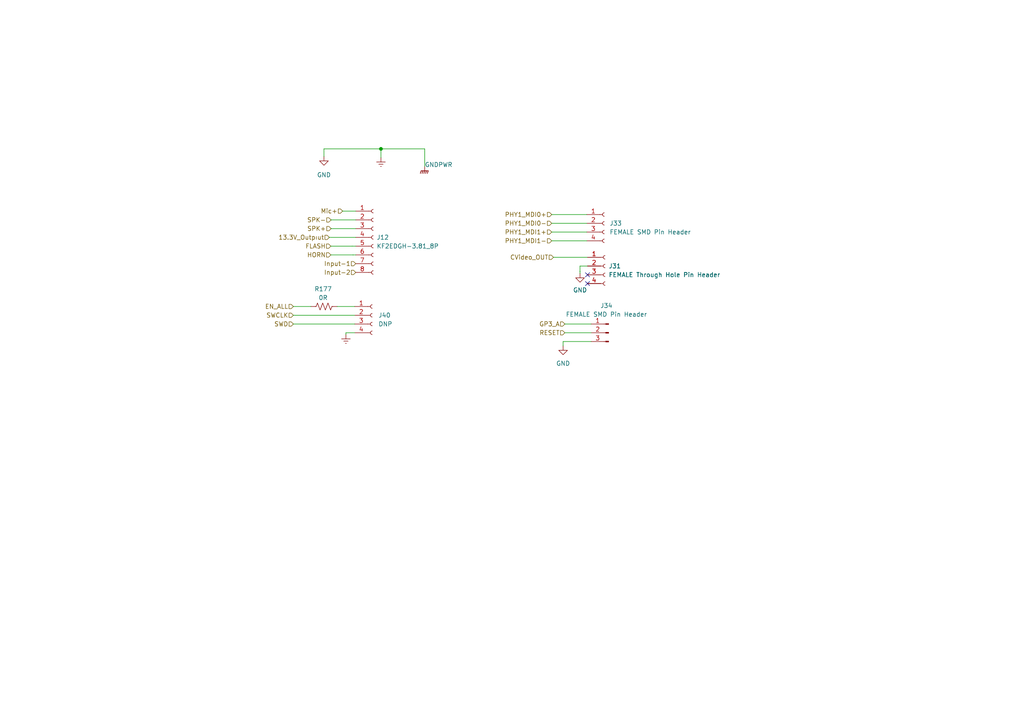
<source format=kicad_sch>
(kicad_sch (version 20231120) (generator "eeschema") (generator_version "7.99")
  (paper "A4")
  (lib_symbols
    (symbol "Connector:Conn_01x03_Pin" (pin_names (offset 1.016) hide)
      (property "Reference" "J" (at 0 5.08 0))
      (property "Value" "Conn_01x03_Pin" (at 0 -5.08 0))
      (symbol "Conn_01x03_Pin_1_1"
        (polyline (pts (xy 1.27 -2.54) (xy 0.8636 -2.54)) (stroke (width 0.1524)))
        (polyline (pts (xy 1.27 0) (xy 0.8636 0)) (stroke (width 0.1524)))
        (polyline (pts (xy 1.27 2.54) (xy 0.8636 2.54)) (stroke (width 0.1524)))
        (rectangle (start 0.8636 -2.413) (end 0 -2.667) (stroke (width 0.1524)) (fill (type outline)))
        (rectangle (start 0.8636 0.127) (end 0 -0.127) (stroke (width 0.1524)) (fill (type outline)))
        (rectangle (start 0.8636 2.667) (end 0 2.413) (stroke (width 0.1524)) (fill (type outline)))
        (pin passive line (at 5.08 2.54 180) (length 3.81) (name "Pin_1") (number "1"))
        (pin passive line (at 5.08 0 180) (length 3.81) (name "Pin_2") (number "2"))
        (pin passive line (at 5.08 -2.54 180) (length 3.81) (name "Pin_3") (number "3"))
      )
    )
    (symbol "Connector:Conn_01x04_Socket" (pin_names (offset 1.016) hide)
      (property "Reference" "J" (at 0 5.08 0))
      (property "Value" "Conn_01x04_Socket" (at 0 -7.62 0))
      (symbol "Conn_01x04_Socket_1_1"
        (arc (start 0 -4.572) (mid -0.5058 -5.08) (end 0 -5.588) (stroke (width 0.1524)))
        (arc (start 0 -2.032) (mid -0.5058 -2.54) (end 0 -3.048) (stroke (width 0.1524)))
        (polyline (pts (xy -1.27 -5.08) (xy -0.508 -5.08)) (stroke (width 0.1524)))
        (polyline (pts (xy -1.27 -2.54) (xy -0.508 -2.54)) (stroke (width 0.1524)))
        (polyline (pts (xy -1.27 0) (xy -0.508 0)) (stroke (width 0.1524)))
        (polyline (pts (xy -1.27 2.54) (xy -0.508 2.54)) (stroke (width 0.1524)))
        (arc (start 0 0.508) (mid -0.5058 0) (end 0 -0.508) (stroke (width 0.1524)))
        (arc (start 0 3.048) (mid -0.5058 2.54) (end 0 2.032) (stroke (width 0.1524)))
        (pin passive line (at -5.08 2.54 0) (length 3.81) (name "Pin_1") (number "1"))
        (pin passive line (at -5.08 0 0) (length 3.81) (name "Pin_2") (number "2"))
        (pin passive line (at -5.08 -2.54 0) (length 3.81) (name "Pin_3") (number "3"))
        (pin passive line (at -5.08 -5.08 0) (length 3.81) (name "Pin_4") (number "4"))
      )
    )
    (symbol "Connector:Conn_01x08_Socket" (pin_names (offset 1.016) hide)
      (property "Reference" "J" (at 0 10.16 0))
      (property "Value" "Conn_01x08_Socket" (at 0 -12.7 0))
      (symbol "Conn_01x08_Socket_1_1"
        (arc (start 0 -9.652) (mid -0.5058 -10.16) (end 0 -10.668) (stroke (width 0.1524)))
        (arc (start 0 -7.112) (mid -0.5058 -7.62) (end 0 -8.128) (stroke (width 0.1524)))
        (arc (start 0 -4.572) (mid -0.5058 -5.08) (end 0 -5.588) (stroke (width 0.1524)))
        (arc (start 0 -2.032) (mid -0.5058 -2.54) (end 0 -3.048) (stroke (width 0.1524)))
        (polyline (pts (xy -1.27 -10.16) (xy -0.508 -10.16)) (stroke (width 0.1524)))
        (polyline (pts (xy -1.27 -7.62) (xy -0.508 -7.62)) (stroke (width 0.1524)))
        (polyline (pts (xy -1.27 -5.08) (xy -0.508 -5.08)) (stroke (width 0.1524)))
        (polyline (pts (xy -1.27 -2.54) (xy -0.508 -2.54)) (stroke (width 0.1524)))
        (polyline (pts (xy -1.27 0) (xy -0.508 0)) (stroke (width 0.1524)))
        (polyline (pts (xy -1.27 2.54) (xy -0.508 2.54)) (stroke (width 0.1524)))
        (polyline (pts (xy -1.27 5.08) (xy -0.508 5.08)) (stroke (width 0.1524)))
        (polyline (pts (xy -1.27 7.62) (xy -0.508 7.62)) (stroke (width 0.1524)))
        (arc (start 0 0.508) (mid -0.5058 0) (end 0 -0.508) (stroke (width 0.1524)))
        (arc (start 0 3.048) (mid -0.5058 2.54) (end 0 2.032) (stroke (width 0.1524)))
        (arc (start 0 5.588) (mid -0.5058 5.08) (end 0 4.572) (stroke (width 0.1524)))
        (arc (start 0 8.128) (mid -0.5058 7.62) (end 0 7.112) (stroke (width 0.1524)))
        (pin passive line (at -5.08 7.62 0) (length 3.81) (name "Pin_1") (number "1"))
        (pin passive line (at -5.08 5.08 0) (length 3.81) (name "Pin_2") (number "2"))
        (pin passive line (at -5.08 2.54 0) (length 3.81) (name "Pin_3") (number "3"))
        (pin passive line (at -5.08 0 0) (length 3.81) (name "Pin_4") (number "4"))
        (pin passive line (at -5.08 -2.54 0) (length 3.81) (name "Pin_5") (number "5"))
        (pin passive line (at -5.08 -5.08 0) (length 3.81) (name "Pin_6") (number "6"))
        (pin passive line (at -5.08 -7.62 0) (length 3.81) (name "Pin_7") (number "7"))
        (pin passive line (at -5.08 -10.16 0) (length 3.81) (name "Pin_8") (number "8"))
      )
    )
    (symbol "Device:R_US" (pin_numbers hide) (pin_names (offset 0))
      (property "Reference" "R" (at 2.54 0 90))
      (property "Value" "R_US" (at -2.54 0 90))
      (symbol "R_US_0_1"
        (polyline (pts (xy 0 -2.286) (xy 0 -2.54)))
        (polyline (pts (xy 0 2.286) (xy 0 2.54)))
        (polyline (pts (xy 0 -0.762) (xy 1.016 -1.143) (xy 0 -1.524) (xy -1.016 -1.905) (xy 0 -2.286)))
        (polyline (pts (xy 0 0.762) (xy 1.016 0.381) (xy 0 0) (xy -1.016 -0.381) (xy 0 -0.762)))
        (polyline (pts (xy 0 2.286) (xy 1.016 1.905) (xy 0 1.524) (xy -1.016 1.143) (xy 0 0.762)))
      )
      (symbol "R_US_1_1"
        (pin passive line (at 0 3.81 270) (length 1.27) (name "~") (number "1"))
        (pin passive line (at 0 -3.81 90) (length 1.27) (name "~") (number "2"))
      )
    )
    (symbol "power:Earth" (power) (pin_names (offset 0))
      (symbol "Earth_0_1"
        (polyline (pts (xy -0.635 -1.905) (xy 0.635 -1.905)))
        (polyline (pts (xy -0.127 -2.54) (xy 0.127 -2.54)))
        (polyline (pts (xy 0 -1.27) (xy 0 0)))
        (polyline (pts (xy 1.27 -1.27) (xy -1.27 -1.27)))
      )
      (symbol "Earth_1_1"
        (pin power_in line (at 0 0 270) (length 0) hide (name "Earth") (number "1"))
      )
    )
    (symbol "power:GND" (power) (pin_names (offset 0))
      (property "Value" "GND" (at 0 -3.81 0))
      (symbol "GND_0_1"
        (polyline (pts (xy 0 0) (xy 0 -1.27) (xy 1.27 -1.27) (xy 0 -2.54) (xy -1.27 -1.27) (xy 0 -1.27)))
      )
      (symbol "GND_1_1"
        (pin power_in line (at 0 0 270) (length 0) hide (name "GND") (number "1"))
      )
    )
    (symbol "power:GNDPWR" (power) (pin_names (offset 0))
      (property "Value" "GNDPWR" (at 0 -3.302 0))
      (symbol "GNDPWR_0_1"
        (polyline (pts (xy 0 -1.27) (xy 0 0)))
        (polyline (pts (xy -1.016 -1.27) (xy -1.27 -2.032) (xy -1.27 -2.032)) (stroke (width 0.2032)))
        (polyline (pts (xy -0.508 -1.27) (xy -0.762 -2.032) (xy -0.762 -2.032)) (stroke (width 0.2032)))
        (polyline (pts (xy 0 -1.27) (xy -0.254 -2.032) (xy -0.254 -2.032)) (stroke (width 0.2032)))
        (polyline (pts (xy 0.508 -1.27) (xy 0.254 -2.032) (xy 0.254 -2.032)) (stroke (width 0.2032)))
        (polyline (pts (xy 1.016 -1.27) (xy -1.016 -1.27) (xy -1.016 -1.27)) (stroke (width 0.2032)))
        (polyline (pts (xy 1.016 -1.27) (xy 0.762 -2.032) (xy 0.762 -2.032) (xy 0.762 -2.032)) (stroke (width 0.2032)))
      )
      (symbol "GNDPWR_1_1"
        (pin power_in line (at 0 0 270) (length 0) hide (name "GNDPWR") (number "1"))
      )
    )
  )
  (junction (at 110.49 43.18))
  (no_connect (at 170.4019 82.2478))
  (no_connect (at 170.4019 79.7078))
  (wire (pts (xy 123.19 43.18) (xy 110.49 43.18)))
  (wire (pts (xy 85.09 88.9) (xy 90.17 88.9)))
  (wire (pts (xy 168.2241 77.1678) (xy 168.2241 78.74)))
  (wire (pts (xy 160.02 67.31) (xy 170.18 67.31)))
  (wire (pts (xy 168.2241 78.74) (xy 168.2294 78.74)))
  (wire (pts (xy 103.1713 73.9364) (xy 102.3997 73.9364)))
  (wire (pts (xy 110.49 43.18) (xy 110.49 45.72)))
  (wire (pts (xy 160.02 69.85) (xy 170.18 69.85)))
  (wire (pts (xy 168.2294 78.74) (xy 168.2294 79.3113)))
  (wire (pts (xy 100.33 96.52) (xy 100.33 97.028)))
  (wire (pts (xy 96.0243 63.7919) (xy 96.0243 63.7764)))
  (wire (pts (xy 163.322 99.06) (xy 163.322 100.33)))
  (wire (pts (xy 85.09 93.98) (xy 102.87 93.98)))
  (wire (pts (xy 103.1713 71.3964) (xy 102.1457 71.3964)))
  (wire (pts (xy 102.1457 71.3964) (xy 102.1457 71.3954)))
  (wire (pts (xy 95.5081 68.854) (xy 95.5081 68.8564)))
  (wire (pts (xy 170.4019 77.1678) (xy 168.2241 77.1678)))
  (wire (pts (xy 123.19 48.26) (xy 123.19 43.18)))
  (wire (pts (xy 95.956 71.3954) (xy 102.1457 71.3954)))
  (wire (pts (xy 96.0423 66.3091) (xy 96.0423 66.3164)))
  (wire (pts (xy 110.49 43.18) (xy 93.9594 43.18)))
  (wire (pts (xy 102.87 96.52) (xy 100.33 96.52)))
  (wire (pts (xy 85.09 91.44) (xy 102.87 91.44)))
  (wire (pts (xy 163.83 93.98) (xy 171.45 93.98)))
  (wire (pts (xy 102.3997 73.9354) (xy 95.956 73.9354)))
  (wire (pts (xy 96.0243 63.7764) (xy 103.1713 63.7764)))
  (wire (pts (xy 93.9594 43.18) (xy 93.9594 45.3968)))
  (wire (pts (xy 97.79 88.9) (xy 102.87 88.9)))
  (wire (pts (xy 95.5081 68.8564) (xy 103.1713 68.8564)))
  (wire (pts (xy 99.3776 61.226) (xy 99.3776 61.2364)))
  (wire (pts (xy 160.02 62.23) (xy 170.18 62.23)))
  (wire (pts (xy 102.3997 73.9364) (xy 102.3997 73.9354)))
  (wire (pts (xy 171.45 99.06) (xy 163.322 99.06)))
  (wire (pts (xy 96.0423 66.3164) (xy 103.1713 66.3164)))
  (wire (pts (xy 163.83 96.52) (xy 171.45 96.52)))
  (wire (pts (xy 160.02 64.77) (xy 170.18 64.77)))
  (wire (pts (xy 170.4019 74.6278) (xy 160.5317 74.6278)))
  (wire (pts (xy 99.3776 61.2364) (xy 103.1713 61.2364)))
  (hierarchical_label "GP3_A" (shape input) (at 163.83 93.98 180))
  (hierarchical_label "PHY1_MDI1+" (shape input) (at 160.02 67.31 180))
  (hierarchical_label "RESET" (shape input) (at 163.83 96.52 180))
  (hierarchical_label "PHY1_MDI1-" (shape input) (at 160.02 69.85 180))
  (hierarchical_label "SPK+" (shape input) (at 96.0423 66.3091 180))
  (hierarchical_label "PHY1_MDI0-" (shape input) (at 160.02 64.77 180))
  (hierarchical_label "PHY1_MDI0+" (shape input) (at 160.02 62.23 180))
  (hierarchical_label "Mic+" (shape input) (at 99.3776 61.226 180))
  (hierarchical_label "Input-2" (shape input) (at 103.1713 79.0164 180))
  (hierarchical_label "SWCLK" (shape input) (at 85.09 91.44 180))
  (hierarchical_label "HORN" (shape input) (at 95.956 73.9354 180))
  (hierarchical_label "CVideo_OUT" (shape input) (at 160.5317 74.6278 180))
  (hierarchical_label "SWD" (shape input) (at 85.09 93.98 180))
  (hierarchical_label "EN_ALL" (shape input) (at 85.09 88.9 180))
  (hierarchical_label "Input-1" (shape input) (at 103.1713 76.4764 180))
  (hierarchical_label "FLASH" (shape input) (at 95.956 71.3954 180))
  (hierarchical_label "13.3V_Outpıut" (shape input) (at 95.5081 68.854 180))
  (hierarchical_label "SPK-" (shape input) (at 96.0243 63.7919 180))
  (symbol (lib_id "Device:R_US") (at 93.98 88.9 90) (unit 1)
    (property "Reference" "R177" (at 93.726 83.82 90))
    (property "Value" "0R" (at 93.726 86.36 90))
    (property "Footprint" "Resistor_SMD:R_0603_1608Metric" (effects (hide yes)))
    (property "Description" "Resistor, US symbol" (effects (hide yes)))
  )
  (symbol (lib_id "Connector:Conn_01x04_Socket") (at 175.26 64.77 0) (unit 1)
    (property "Reference" "J33" (at 176.784 64.7699 0) (effects (justify left)))
    (property "Value" "FEMALE SMD Pin Header" (at 176.784 67.3099 0) (effects (justify left)))
    (property "Footprint" "Connector_PinSocket_2.54mm:PinSocket_2x02_P2.54mm_Vertical_SMD" (effects (hide yes)))
    (property "Description" "Generic connector, single row, 01x04, script generated" (effects (hide yes)))
  )
  (symbol (lib_id "Connector:Conn_01x04_Socket") (at 175.4819 77.1678 0) (unit 1)
    (property "Reference" "J31" (at 176.53 77.1677 0) (effects (justify left)))
    (property "Value" "FEMALE Through Hole Pin Header" (at 176.53 79.7077 0) (effects (justify left)))
    (property "Footprint" "Connector_PinSocket_2.54mm:PinSocket_2x02_P2.54mm_Vertical" (effects (hide yes)))
    (property "Description" "Generic connector, single row, 01x04, script generated" (effects (hide yes)))
  )
  (symbol (lib_id "power:GND") (at 93.9594 45.3968 0) (mirror y) (unit 1)
    (property "Reference" "#PWR0146" (effects (hide yes)))
    (property "Value" "GND" (at 93.9594 50.7308 0))
    (property "Description" "Power symbol creates a global label with name \"GND\" , ground" (effects (hide yes)))
  )
  (symbol (lib_id "Connector:Conn_01x08_Socket") (at 108.2513 68.8564 0) (unit 1)
    (property "Reference" "J12" (at 109.22 68.8563 0) (effects (justify left)))
    (property "Value" "KF2EDGH-3.81_8P" (at 109.22 71.3963 0) (effects (justify left)))
    (property "Footprint" "KF2EDGH:KF2EDGH-3.81_8P" (effects (hide yes)))
    (property "Description" "Generic connector, single row, 01x08, script generated" (effects (hide yes)))
  )
  (symbol (lib_id "power:GND") (at 168.2294 79.3113 0) (unit 1)
    (property "Reference" "#PWR0228" (effects (hide yes)))
    (property "Value" "GND" (at 168.2294 84.1387 0))
    (property "Description" "Power symbol creates a global label with name \"GND\" , ground" (effects (hide yes)))
  )
  (symbol (lib_id "power:GND") (at 163.322 100.33 0) (unit 1)
    (property "Reference" "#PWR0226" (effects (hide yes)))
    (property "Value" "GND" (at 163.322 105.41 0))
    (property "Description" "Power symbol creates a global label with name \"GND\" , ground" (effects (hide yes)))
  )
  (symbol (lib_id "power:GNDPWR") (at 123.19 48.26 0) (unit 1)
    (property "Reference" "#PWR0233" (effects (hide yes)))
    (property "Value" "GNDPWR" (at 123.19 47.7688 0) (effects (justify left)))
  )
  (symbol (lib_id "Connector:Conn_01x03_Pin") (at 176.53 96.52 0) (mirror y) (unit 1)
    (property "Reference" "J34" (at 175.895 88.646 0))
    (property "Value" "FEMALE SMD Pin Header" (at 175.895 91.186 0))
    (property "Footprint" "Connector_PinSocket_2.54mm:PinSocket_1x03_P2.54mm_Vertical_SMD_Pin1Left" (effects (hide yes)))
    (property "Description" "Generic connector, single row, 01x03, script generated" (effects (hide yes)))
  )
  (symbol (lib_id "power:Earth") (at 110.49 45.72 0) (unit 1)
    (property "Reference" "#PWR0162" (effects (hide yes)))
    (property "Value" "Earth" (effects (hide yes)))
    (property "Description" "Power symbol creates a global label with name \"Earth\"" (effects (hide yes)))
  )
  (symbol (lib_id "Connector:Conn_01x04_Socket") (at 107.95 91.44 0) (unit 1)
    (property "Reference" "J40" (at 109.728 91.4399 0) (effects (justify left)))
    (property "Value" "DNP" (at 109.728 93.9799 0) (effects (justify left)))
    (property "Footprint" "Connector_PinSocket_2.00mm:PinSocket_1x04_P2.00mm_Vertical" (effects (hide yes)))
    (property "Description" "Generic connector, single row, 01x04, script generated" (effects (hide yes)))
  )
  (symbol (lib_id "power:Earth") (at 100.33 97.028 0) (unit 1)
    (property "Reference" "#PWR0234" (effects (hide yes)))
    (property "Value" "Earth" (effects (hide yes)))
    (property "Description" "Power symbol creates a global label with name \"Earth\"" (effects (hide yes)))
  )
)
</source>
